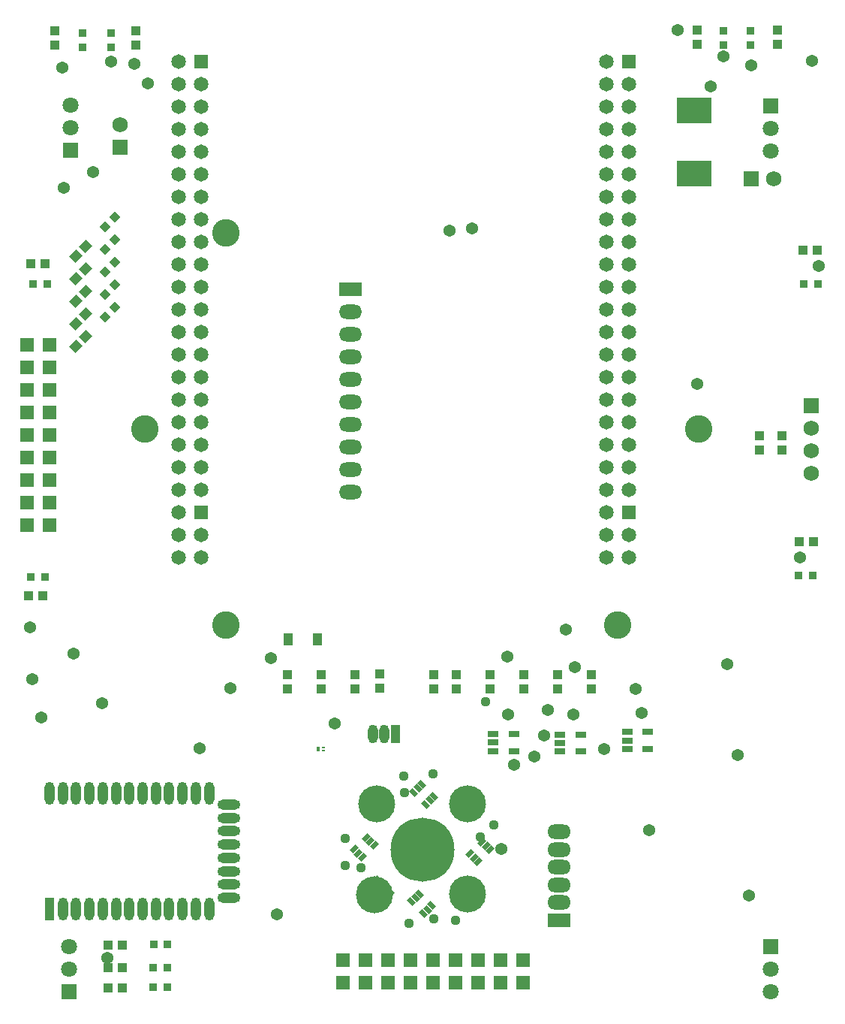
<source format=gts>
%FSLAX25Y25*%
%MOIN*%
G70*
G01*
G75*
G04 Layer_Color=8388736*
%ADD10R,0.03740X0.03937*%
%ADD11P,0.04454X4X90.0*%
G04:AMPARAMS|DCode=12|XSize=37.4mil|YSize=39.37mil|CornerRadius=0mil|HoleSize=0mil|Usage=FLASHONLY|Rotation=315.000|XOffset=0mil|YOffset=0mil|HoleType=Round|Shape=Rectangle|*
%AMROTATEDRECTD12*
4,1,4,-0.02714,-0.00070,0.00070,0.02714,0.02714,0.00070,-0.00070,-0.02714,-0.02714,-0.00070,0.0*
%
%ADD12ROTATEDRECTD12*%

%ADD13R,0.04200X0.02500*%
G04:AMPARAMS|DCode=14|XSize=106.3mil|YSize=62.99mil|CornerRadius=0mil|HoleSize=0mil|Usage=FLASHONLY|Rotation=225.000|XOffset=0mil|YOffset=0mil|HoleType=Round|Shape=Rectangle|*
%AMROTATEDRECTD14*
4,1,4,0.01531,0.05985,0.05985,0.01531,-0.01531,-0.05985,-0.05985,-0.01531,0.01531,0.05985,0.0*
%
%ADD14ROTATEDRECTD14*%

G04:AMPARAMS|DCode=15|XSize=106.3mil|YSize=62.99mil|CornerRadius=0mil|HoleSize=0mil|Usage=FLASHONLY|Rotation=315.000|XOffset=0mil|YOffset=0mil|HoleType=Round|Shape=Rectangle|*
%AMROTATEDRECTD15*
4,1,4,-0.05985,0.01531,-0.01531,0.05985,0.05985,-0.01531,0.01531,-0.05985,-0.05985,0.01531,0.0*
%
%ADD15ROTATEDRECTD15*%

G04:AMPARAMS|DCode=16|XSize=15.75mil|YSize=33.47mil|CornerRadius=0mil|HoleSize=0mil|Usage=FLASHONLY|Rotation=135.000|XOffset=0mil|YOffset=0mil|HoleType=Round|Shape=Rectangle|*
%AMROTATEDRECTD16*
4,1,4,0.01740,0.00626,-0.00626,-0.01740,-0.01740,-0.00626,0.00626,0.01740,0.01740,0.00626,0.0*
%
%ADD16ROTATEDRECTD16*%

G04:AMPARAMS|DCode=17|XSize=15.75mil|YSize=33.47mil|CornerRadius=0mil|HoleSize=0mil|Usage=FLASHONLY|Rotation=225.000|XOffset=0mil|YOffset=0mil|HoleType=Round|Shape=Rectangle|*
%AMROTATEDRECTD17*
4,1,4,-0.00626,0.01740,0.01740,-0.00626,0.00626,-0.01740,-0.01740,0.00626,-0.00626,0.01740,0.0*
%
%ADD17ROTATEDRECTD17*%

%ADD18R,0.04331X0.02559*%
%ADD19R,0.03150X0.03150*%
%ADD20O,0.03937X0.09843*%
%ADD21O,0.09843X0.03937*%
%ADD22R,0.03937X0.09843*%
%ADD23R,0.03150X0.03150*%
%ADD24R,0.03937X0.03740*%
%ADD25R,0.03602X0.04803*%
%ADD26R,0.15000X0.11000*%
%ADD27R,0.01024X0.00630*%
%ADD28R,0.01024X0.02008*%
%ADD29C,0.02500*%
%ADD30C,0.01500*%
%ADD31C,0.02000*%
%ADD32C,0.07500*%
%ADD33C,0.04000*%
%ADD34C,0.03000*%
%ADD35C,0.05000*%
%ADD36C,0.01000*%
%ADD37C,0.10000*%
%ADD38C,0.11800*%
%ADD39R,0.06496X0.06496*%
%ADD40C,0.06496*%
%ADD41O,0.10000X0.06000*%
%ADD42R,0.10000X0.06000*%
%ADD43R,0.06693X0.06693*%
%ADD44C,0.06693*%
%ADD45R,0.06496X0.06496*%
%ADD46C,0.28000*%
%ADD47R,0.04000X0.07874*%
%ADD48O,0.04000X0.07874*%
%ADD49O,0.03937X0.07874*%
%ADD50O,0.09843X0.06000*%
%ADD51R,0.09843X0.06000*%
%ADD52C,0.16000*%
%ADD53R,0.06000X0.06000*%
%ADD54R,0.06000X0.06000*%
%ADD55C,0.04000*%
%ADD56C,0.05000*%
%ADD57C,0.11000*%
%ADD58C,0.08000*%
G04:AMPARAMS|DCode=59|XSize=100mil|YSize=100mil|CornerRadius=0mil|HoleSize=0mil|Usage=FLASHONLY|Rotation=0.000|XOffset=0mil|YOffset=0mil|HoleType=Round|Shape=Relief|Width=10mil|Gap=10mil|Entries=4|*
%AMTHD59*
7,0,0,0.10000,0.08000,0.01000,45*
%
%ADD59THD59*%
%ADD60C,0.07803*%
G04:AMPARAMS|DCode=61|XSize=98.031mil|YSize=98.031mil|CornerRadius=0mil|HoleSize=0mil|Usage=FLASHONLY|Rotation=0.000|XOffset=0mil|YOffset=0mil|HoleType=Round|Shape=Relief|Width=10mil|Gap=10mil|Entries=4|*
%AMTHD61*
7,0,0,0.09803,0.07803,0.01000,45*
%
%ADD61THD61*%
%ADD62C,0.08567*%
G04:AMPARAMS|DCode=63|XSize=105.669mil|YSize=105.669mil|CornerRadius=0mil|HoleSize=0mil|Usage=FLASHONLY|Rotation=0.000|XOffset=0mil|YOffset=0mil|HoleType=Round|Shape=Relief|Width=10mil|Gap=10mil|Entries=4|*
%AMTHD63*
7,0,0,0.10567,0.08567,0.01000,45*
%
%ADD63THD63*%
%ADD64C,0.07937*%
%ADD65C,0.09080*%
G04:AMPARAMS|DCode=66|XSize=85mil|YSize=85mil|CornerRadius=0mil|HoleSize=0mil|Usage=FLASHONLY|Rotation=0.000|XOffset=0mil|YOffset=0mil|HoleType=Round|Shape=Relief|Width=10mil|Gap=10mil|Entries=4|*
%AMTHD66*
7,0,0,0.08500,0.06500,0.01000,45*
%
%ADD66THD66*%
%ADD67C,0.06500*%
%ADD68C,0.07800*%
G04:AMPARAMS|DCode=69|XSize=98mil|YSize=98mil|CornerRadius=0mil|HoleSize=0mil|Usage=FLASHONLY|Rotation=0.000|XOffset=0mil|YOffset=0mil|HoleType=Round|Shape=Relief|Width=10mil|Gap=10mil|Entries=4|*
%AMTHD69*
7,0,0,0.09800,0.07800,0.01000,45*
%
%ADD69THD69*%
G04:AMPARAMS|DCode=70|XSize=99.37mil|YSize=99.37mil|CornerRadius=0mil|HoleSize=0mil|Usage=FLASHONLY|Rotation=0.000|XOffset=0mil|YOffset=0mil|HoleType=Round|Shape=Relief|Width=10mil|Gap=10mil|Entries=4|*
%AMTHD70*
7,0,0,0.09937,0.07937,0.01000,45*
%
%ADD70THD70*%
%ADD71C,0.05500*%
G04:AMPARAMS|DCode=72|XSize=75mil|YSize=75mil|CornerRadius=0mil|HoleSize=0mil|Usage=FLASHONLY|Rotation=0.000|XOffset=0mil|YOffset=0mil|HoleType=Round|Shape=Relief|Width=10mil|Gap=10mil|Entries=4|*
%AMTHD72*
7,0,0,0.07500,0.05500,0.01000,45*
%
%ADD72THD72*%
%ADD73C,0.06800*%
G04:AMPARAMS|DCode=74|XSize=88mil|YSize=88mil|CornerRadius=0mil|HoleSize=0mil|Usage=FLASHONLY|Rotation=0.000|XOffset=0mil|YOffset=0mil|HoleType=Round|Shape=Relief|Width=10mil|Gap=10mil|Entries=4|*
%AMTHD74*
7,0,0,0.08800,0.06800,0.01000,45*
%
%ADD74THD74*%
%ADD75C,0.00984*%
%ADD76C,0.01181*%
%ADD77C,0.00787*%
%ADD78C,0.00700*%
%ADD79C,0.00800*%
G04:AMPARAMS|DCode=80|XSize=19.69mil|YSize=62.99mil|CornerRadius=0mil|HoleSize=0mil|Usage=FLASHONLY|Rotation=45.000|XOffset=0mil|YOffset=0mil|HoleType=Round|Shape=Rectangle|*
%AMROTATEDRECTD80*
4,1,4,0.01531,-0.02923,-0.02923,0.01531,-0.01531,0.02923,0.02923,-0.01531,0.01531,-0.02923,0.0*
%
%ADD80ROTATEDRECTD80*%

%ADD81R,0.01000X0.11000*%
%ADD82R,0.10350X0.01000*%
%ADD83R,0.03000X0.01500*%
%ADD84R,0.01500X0.03000*%
%ADD85R,0.01968X0.06299*%
%ADD86R,0.06299X0.01969*%
%ADD87R,0.02000X0.09200*%
%ADD88R,0.24700X0.02000*%
%ADD89R,0.01969X0.06299*%
%ADD90R,0.06299X0.01968*%
%ADD91R,0.04140X0.04337*%
%ADD92P,0.05020X4X90.0*%
G04:AMPARAMS|DCode=93|XSize=41.4mil|YSize=43.37mil|CornerRadius=0mil|HoleSize=0mil|Usage=FLASHONLY|Rotation=315.000|XOffset=0mil|YOffset=0mil|HoleType=Round|Shape=Rectangle|*
%AMROTATEDRECTD93*
4,1,4,-0.02997,-0.00070,0.00070,0.02997,0.02997,0.00070,-0.00070,-0.02997,-0.02997,-0.00070,0.0*
%
%ADD93ROTATEDRECTD93*%

%ADD94R,0.04600X0.02900*%
G04:AMPARAMS|DCode=95|XSize=110.3mil|YSize=66.99mil|CornerRadius=0mil|HoleSize=0mil|Usage=FLASHONLY|Rotation=225.000|XOffset=0mil|YOffset=0mil|HoleType=Round|Shape=Rectangle|*
%AMROTATEDRECTD95*
4,1,4,0.01531,0.06268,0.06268,0.01531,-0.01531,-0.06268,-0.06268,-0.01531,0.01531,0.06268,0.0*
%
%ADD95ROTATEDRECTD95*%

G04:AMPARAMS|DCode=96|XSize=110.3mil|YSize=66.99mil|CornerRadius=0mil|HoleSize=0mil|Usage=FLASHONLY|Rotation=315.000|XOffset=0mil|YOffset=0mil|HoleType=Round|Shape=Rectangle|*
%AMROTATEDRECTD96*
4,1,4,-0.06268,0.01531,-0.01531,0.06268,0.06268,-0.01531,0.01531,-0.06268,-0.06268,0.01531,0.0*
%
%ADD96ROTATEDRECTD96*%

G04:AMPARAMS|DCode=97|XSize=19.75mil|YSize=37.47mil|CornerRadius=0mil|HoleSize=0mil|Usage=FLASHONLY|Rotation=135.000|XOffset=0mil|YOffset=0mil|HoleType=Round|Shape=Rectangle|*
%AMROTATEDRECTD97*
4,1,4,0.02023,0.00626,-0.00626,-0.02023,-0.02023,-0.00626,0.00626,0.02023,0.02023,0.00626,0.0*
%
%ADD97ROTATEDRECTD97*%

G04:AMPARAMS|DCode=98|XSize=19.75mil|YSize=37.47mil|CornerRadius=0mil|HoleSize=0mil|Usage=FLASHONLY|Rotation=225.000|XOffset=0mil|YOffset=0mil|HoleType=Round|Shape=Rectangle|*
%AMROTATEDRECTD98*
4,1,4,-0.00626,0.02023,0.02023,-0.00626,0.00626,-0.02023,-0.02023,0.00626,-0.00626,0.02023,0.0*
%
%ADD98ROTATEDRECTD98*%

%ADD99R,0.04731X0.02959*%
%ADD100R,0.03550X0.03550*%
%ADD101O,0.04337X0.10243*%
%ADD102O,0.10243X0.04337*%
%ADD103R,0.04337X0.10243*%
%ADD104R,0.03550X0.03550*%
%ADD105R,0.04337X0.04140*%
%ADD106R,0.04002X0.05203*%
%ADD107R,0.15400X0.11400*%
%ADD108R,0.01424X0.01030*%
%ADD109R,0.01424X0.02408*%
%ADD110C,0.12200*%
%ADD111O,0.10400X0.06400*%
%ADD112R,0.10400X0.06400*%
%ADD113R,0.07093X0.07093*%
%ADD114C,0.07093*%
%ADD115R,0.06896X0.06896*%
%ADD116C,0.06896*%
%ADD117R,0.06896X0.06896*%
%ADD118C,0.28400*%
%ADD119R,0.04400X0.08274*%
%ADD120O,0.04400X0.08274*%
%ADD121O,0.04337X0.08274*%
%ADD122O,0.10243X0.06400*%
%ADD123R,0.10243X0.06400*%
%ADD124C,0.16400*%
%ADD125R,0.06400X0.06400*%
%ADD126R,0.06400X0.06400*%
%ADD127C,0.04400*%
%ADD128C,0.05400*%
D39*
X280000Y-225000D02*
D03*
Y-25000D02*
D03*
X90000Y-225000D02*
D03*
Y-25000D02*
D03*
D40*
X270000Y-225000D02*
D03*
X280000Y-235000D02*
D03*
X270000D02*
D03*
X280000Y-245000D02*
D03*
X270000D02*
D03*
Y-215000D02*
D03*
X280000D02*
D03*
X270000Y-205000D02*
D03*
X280000D02*
D03*
X270000Y-195000D02*
D03*
X280000D02*
D03*
X270000Y-185000D02*
D03*
X280000D02*
D03*
X270000Y-175000D02*
D03*
X280000D02*
D03*
X270000Y-165000D02*
D03*
X280000D02*
D03*
X270000Y-155000D02*
D03*
X280000D02*
D03*
X270000Y-145000D02*
D03*
X280000D02*
D03*
X270000Y-135000D02*
D03*
X280000D02*
D03*
X270000Y-125000D02*
D03*
X280000D02*
D03*
X270000Y-85000D02*
D03*
X280000D02*
D03*
X270000Y-75000D02*
D03*
X280000D02*
D03*
X270000Y-65000D02*
D03*
X280000D02*
D03*
X270000Y-55000D02*
D03*
X280000D02*
D03*
X270000Y-45000D02*
D03*
X280000D02*
D03*
X270000Y-35000D02*
D03*
X280000D02*
D03*
X270000Y-25000D02*
D03*
X280000Y-95000D02*
D03*
X270000D02*
D03*
X280000Y-105000D02*
D03*
X270000D02*
D03*
X280000Y-115000D02*
D03*
X270000D02*
D03*
X80000Y-225000D02*
D03*
X90000Y-235000D02*
D03*
X80000D02*
D03*
X90000Y-245000D02*
D03*
X80000D02*
D03*
Y-215000D02*
D03*
X90000D02*
D03*
X80000Y-205000D02*
D03*
X90000D02*
D03*
X80000Y-195000D02*
D03*
X90000D02*
D03*
X80000Y-185000D02*
D03*
X90000D02*
D03*
X80000Y-175000D02*
D03*
X90000D02*
D03*
X80000Y-165000D02*
D03*
X90000D02*
D03*
X80000Y-155000D02*
D03*
X90000D02*
D03*
X80000Y-145000D02*
D03*
X90000D02*
D03*
X80000Y-135000D02*
D03*
X90000D02*
D03*
X80000Y-125000D02*
D03*
X90000D02*
D03*
X80000Y-85000D02*
D03*
X90000D02*
D03*
X80000Y-75000D02*
D03*
X90000D02*
D03*
X80000Y-65000D02*
D03*
X90000D02*
D03*
X80000Y-55000D02*
D03*
X90000D02*
D03*
X80000Y-45000D02*
D03*
X90000D02*
D03*
X80000Y-35000D02*
D03*
X90000D02*
D03*
X80000Y-25000D02*
D03*
X90000Y-95000D02*
D03*
X80000D02*
D03*
X90000Y-105000D02*
D03*
X80000D02*
D03*
X90000Y-115000D02*
D03*
X80000D02*
D03*
D91*
X25000Y-11350D02*
D03*
Y-17650D02*
D03*
X203500Y-303150D02*
D03*
Y-296850D02*
D03*
X193279Y-303140D02*
D03*
Y-296841D02*
D03*
X248546Y-296736D02*
D03*
Y-303035D02*
D03*
X263500Y-303150D02*
D03*
Y-296850D02*
D03*
X128500Y-296850D02*
D03*
Y-303150D02*
D03*
X143500Y-303150D02*
D03*
Y-296850D02*
D03*
X233500Y-296850D02*
D03*
Y-303150D02*
D03*
X218500Y-296850D02*
D03*
Y-303150D02*
D03*
X158500Y-296850D02*
D03*
Y-303150D02*
D03*
X169254Y-302882D02*
D03*
Y-296583D02*
D03*
X61000Y-11350D02*
D03*
Y-17650D02*
D03*
X338000Y-197150D02*
D03*
Y-190850D02*
D03*
X348000Y-190850D02*
D03*
Y-197150D02*
D03*
X310500Y-10850D02*
D03*
Y-17150D02*
D03*
X346000Y-10850D02*
D03*
Y-17150D02*
D03*
D92*
X51727Y-123773D02*
D03*
X47273Y-128227D02*
D03*
X51727Y-93773D02*
D03*
X47273Y-98227D02*
D03*
X51727Y-103773D02*
D03*
X47273Y-108227D02*
D03*
X51727Y-113773D02*
D03*
X47273Y-118227D02*
D03*
X51727Y-133773D02*
D03*
X47273Y-138227D02*
D03*
D93*
X34273Y-111227D02*
D03*
X38727Y-106773D02*
D03*
X34273Y-121227D02*
D03*
X38727Y-116773D02*
D03*
X34273Y-141227D02*
D03*
X38727Y-136773D02*
D03*
X34273Y-131227D02*
D03*
X38727Y-126773D02*
D03*
X34273Y-151227D02*
D03*
X38727Y-146773D02*
D03*
D94*
X279558Y-322345D02*
D03*
Y-326045D02*
D03*
Y-329745D02*
D03*
X288258D02*
D03*
Y-322345D02*
D03*
D95*
X169819Y-355819D02*
D03*
X183181Y-369181D02*
D03*
X193319Y-379319D02*
D03*
X206681Y-392681D02*
D03*
D96*
X169819Y-392181D02*
D03*
X183181Y-378819D02*
D03*
X193319Y-369181D02*
D03*
X206681Y-355819D02*
D03*
D97*
X163335Y-369046D02*
D03*
X165145Y-370855D02*
D03*
X166954Y-372665D02*
D03*
X161665Y-377954D02*
D03*
X159855Y-376145D02*
D03*
X158046Y-374335D02*
D03*
X213165Y-379954D02*
D03*
X211355Y-378145D02*
D03*
X209546Y-376335D02*
D03*
X214835Y-371046D02*
D03*
X216645Y-372855D02*
D03*
X218454Y-374665D02*
D03*
D98*
X183546Y-397665D02*
D03*
X185355Y-395855D02*
D03*
X187165Y-394046D02*
D03*
X192454Y-399335D02*
D03*
X190645Y-401145D02*
D03*
X188835Y-402954D02*
D03*
X193454Y-350835D02*
D03*
X191645Y-352645D02*
D03*
X189835Y-354454D02*
D03*
X184546Y-349165D02*
D03*
X186355Y-347355D02*
D03*
X188165Y-345546D02*
D03*
D99*
X219776Y-323260D02*
D03*
Y-327000D02*
D03*
Y-330740D02*
D03*
X229224D02*
D03*
Y-323260D02*
D03*
X249397Y-323373D02*
D03*
Y-327113D02*
D03*
Y-330853D02*
D03*
X258846D02*
D03*
Y-323373D02*
D03*
D100*
X68850Y-427000D02*
D03*
X75150D02*
D03*
X68850Y-435500D02*
D03*
X75150D02*
D03*
X68918Y-416507D02*
D03*
X75217D02*
D03*
X361650Y-253000D02*
D03*
X355350D02*
D03*
X357850Y-123500D02*
D03*
X364150D02*
D03*
X15350D02*
D03*
X21650D02*
D03*
X14350Y-253500D02*
D03*
X20650D02*
D03*
D101*
X22744Y-349605D02*
D03*
X28650D02*
D03*
X34555D02*
D03*
X40461D02*
D03*
X46366D02*
D03*
X52272D02*
D03*
X58177D02*
D03*
X64083D02*
D03*
X69988D02*
D03*
X75894D02*
D03*
X81799D02*
D03*
X87705D02*
D03*
X93610D02*
D03*
Y-400786D02*
D03*
X87705D02*
D03*
X81799D02*
D03*
X75894D02*
D03*
X69988D02*
D03*
X64083D02*
D03*
X58177D02*
D03*
X52272D02*
D03*
X46366D02*
D03*
X40461D02*
D03*
X34555D02*
D03*
X28650D02*
D03*
D102*
X102469Y-354526D02*
D03*
Y-360431D02*
D03*
Y-366337D02*
D03*
Y-372242D02*
D03*
Y-378148D02*
D03*
Y-384053D02*
D03*
Y-389959D02*
D03*
Y-395864D02*
D03*
D103*
X22744Y-400786D02*
D03*
D104*
X50000Y-12350D02*
D03*
Y-18650D02*
D03*
X37500Y-12350D02*
D03*
Y-18650D02*
D03*
X322000Y-11350D02*
D03*
Y-17650D02*
D03*
X334000Y-11350D02*
D03*
Y-17650D02*
D03*
D105*
X55150Y-427000D02*
D03*
X48850D02*
D03*
X55011Y-416881D02*
D03*
X48712D02*
D03*
X48850Y-436000D02*
D03*
X55150D02*
D03*
X362150Y-238000D02*
D03*
X355850D02*
D03*
X357350Y-108500D02*
D03*
X363650D02*
D03*
X14350Y-114500D02*
D03*
X20650D02*
D03*
X13350Y-262000D02*
D03*
X19650D02*
D03*
D106*
X128770Y-281094D02*
D03*
X141663D02*
D03*
D107*
X309116Y-74604D02*
D03*
Y-46506D02*
D03*
D108*
X144538Y-329242D02*
D03*
Y-330621D02*
D03*
D109*
X141979Y-329931D02*
D03*
D110*
X275000Y-275000D02*
D03*
X311000Y-188000D02*
D03*
X101000Y-101000D02*
D03*
X65000Y-188000D02*
D03*
X101000Y-275000D02*
D03*
D111*
X249186Y-366531D02*
D03*
Y-374405D02*
D03*
Y-382279D02*
D03*
Y-390153D02*
D03*
Y-398027D02*
D03*
D112*
Y-405901D02*
D03*
D113*
X343000Y-44500D02*
D03*
Y-417500D02*
D03*
X31500Y-437500D02*
D03*
X32104Y-64319D02*
D03*
D114*
X343000Y-54500D02*
D03*
Y-64500D02*
D03*
Y-427500D02*
D03*
Y-437500D02*
D03*
X31500Y-427500D02*
D03*
Y-417500D02*
D03*
X32104Y-54318D02*
D03*
Y-44319D02*
D03*
D115*
X54000Y-63000D02*
D03*
X361000Y-177500D02*
D03*
D116*
X54000Y-53000D02*
D03*
X344268Y-76972D02*
D03*
X361000Y-187500D02*
D03*
Y-197500D02*
D03*
Y-207500D02*
D03*
D117*
X334268Y-76972D02*
D03*
D118*
X188500Y-374500D02*
D03*
D119*
X176321Y-323241D02*
D03*
D120*
X171320D02*
D03*
D121*
X166321D02*
D03*
D122*
X156299Y-215831D02*
D03*
Y-205831D02*
D03*
Y-195831D02*
D03*
Y-185831D02*
D03*
Y-175831D02*
D03*
Y-165831D02*
D03*
Y-155831D02*
D03*
Y-145831D02*
D03*
Y-135831D02*
D03*
D123*
Y-125831D02*
D03*
D124*
X168008Y-354287D02*
D03*
X208475Y-394367D02*
D03*
Y-354287D02*
D03*
X167233Y-394625D02*
D03*
D125*
X12889Y-230428D02*
D03*
X22889D02*
D03*
X12889Y-220428D02*
D03*
X22889D02*
D03*
X12889Y-210428D02*
D03*
X22889D02*
D03*
X12889Y-200428D02*
D03*
X22889D02*
D03*
X12889Y-190428D02*
D03*
X22889D02*
D03*
X12889Y-180428D02*
D03*
X22889D02*
D03*
X12889Y-170428D02*
D03*
X22889D02*
D03*
X12889Y-160428D02*
D03*
X22889D02*
D03*
X12889Y-150428D02*
D03*
X22889D02*
D03*
D126*
X233038Y-433565D02*
D03*
Y-423565D02*
D03*
X223038Y-433565D02*
D03*
Y-423565D02*
D03*
X213038Y-433565D02*
D03*
Y-423565D02*
D03*
X203038Y-433565D02*
D03*
Y-423565D02*
D03*
X193038Y-433565D02*
D03*
Y-423565D02*
D03*
X183038Y-433565D02*
D03*
Y-423565D02*
D03*
X173038Y-433565D02*
D03*
Y-423565D02*
D03*
X163038Y-433565D02*
D03*
Y-423565D02*
D03*
X153038Y-433565D02*
D03*
Y-423565D02*
D03*
D127*
X203190Y-405790D02*
D03*
X182390Y-407276D02*
D03*
X154162Y-381647D02*
D03*
X193161Y-340977D02*
D03*
X220090Y-363633D02*
D03*
X213974Y-368703D02*
D03*
X180138Y-341880D02*
D03*
X193560Y-405060D02*
D03*
X161102Y-382446D02*
D03*
X180488Y-349220D02*
D03*
X153976Y-369576D02*
D03*
X216500Y-309000D02*
D03*
D128*
X323882Y-292275D02*
D03*
X301872Y-10999D02*
D03*
X333494Y-394737D02*
D03*
X123750Y-403085D02*
D03*
X238230Y-333281D02*
D03*
X269095Y-329951D02*
D03*
X223280Y-374125D02*
D03*
X226500Y-314500D02*
D03*
X255500D02*
D03*
X285821Y-313875D02*
D03*
X244146Y-312404D02*
D03*
X149452Y-318606D02*
D03*
X283221Y-303128D02*
D03*
X121000Y-289500D02*
D03*
X289000Y-366000D02*
D03*
X48500Y-422500D02*
D03*
X226000Y-289000D02*
D03*
X252000Y-277000D02*
D03*
X328500Y-332500D02*
D03*
X356000Y-245000D02*
D03*
X364500Y-115500D02*
D03*
X310500Y-168000D02*
D03*
X322000Y-22500D02*
D03*
X334500Y-26500D02*
D03*
X361500Y-24500D02*
D03*
X50000Y-25000D02*
D03*
X28500Y-27500D02*
D03*
X66500Y-34500D02*
D03*
X60500Y-26000D02*
D03*
X316500Y-36000D02*
D03*
X210500Y-99000D02*
D03*
X200500Y-100000D02*
D03*
X46000Y-309500D02*
D03*
X19000Y-316000D02*
D03*
X15000Y-299000D02*
D03*
X89500Y-329500D02*
D03*
X14000Y-276000D02*
D03*
X33500Y-287500D02*
D03*
X103000Y-303000D02*
D03*
X29000Y-81000D02*
D03*
X42000Y-74000D02*
D03*
X229000Y-337000D02*
D03*
X256000Y-293500D02*
D03*
X242500Y-324000D02*
D03*
M02*

</source>
